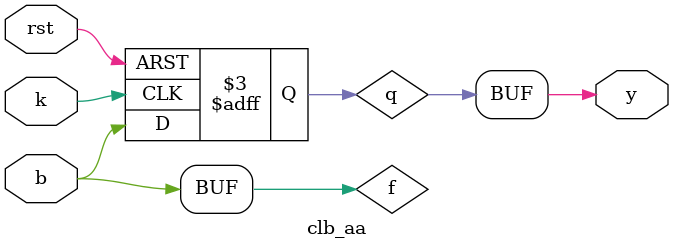
<source format=v>
module clb_aa(
	input b,
	input k,
	input rst,
	output y
);
	
	wire f;
	reg q;
	
	assign f = b;
	
	always @(posedge k, negedge rst) begin
		if (rst == 1'b0) begin
			q <= 1'b0;
		end else begin
			q <= f;
		end
	end
	
	assign y = q;

endmodule

</source>
